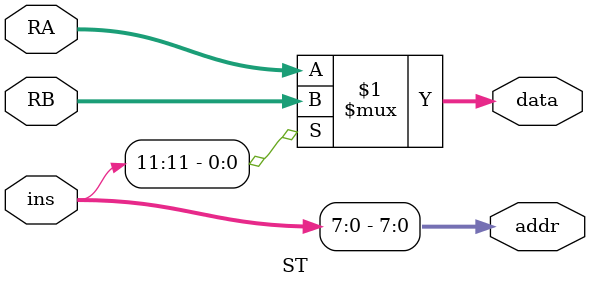
<source format=v>

module ST (RA, RB, ins, data, addr);
    input [15:0] RA, RB, ins;
    output [15:0] data;
    output [7:0] addr;

    assign data = (ins [11])?(RB):(RA);
    assign addr = ins [7:0];
endmodule
</source>
